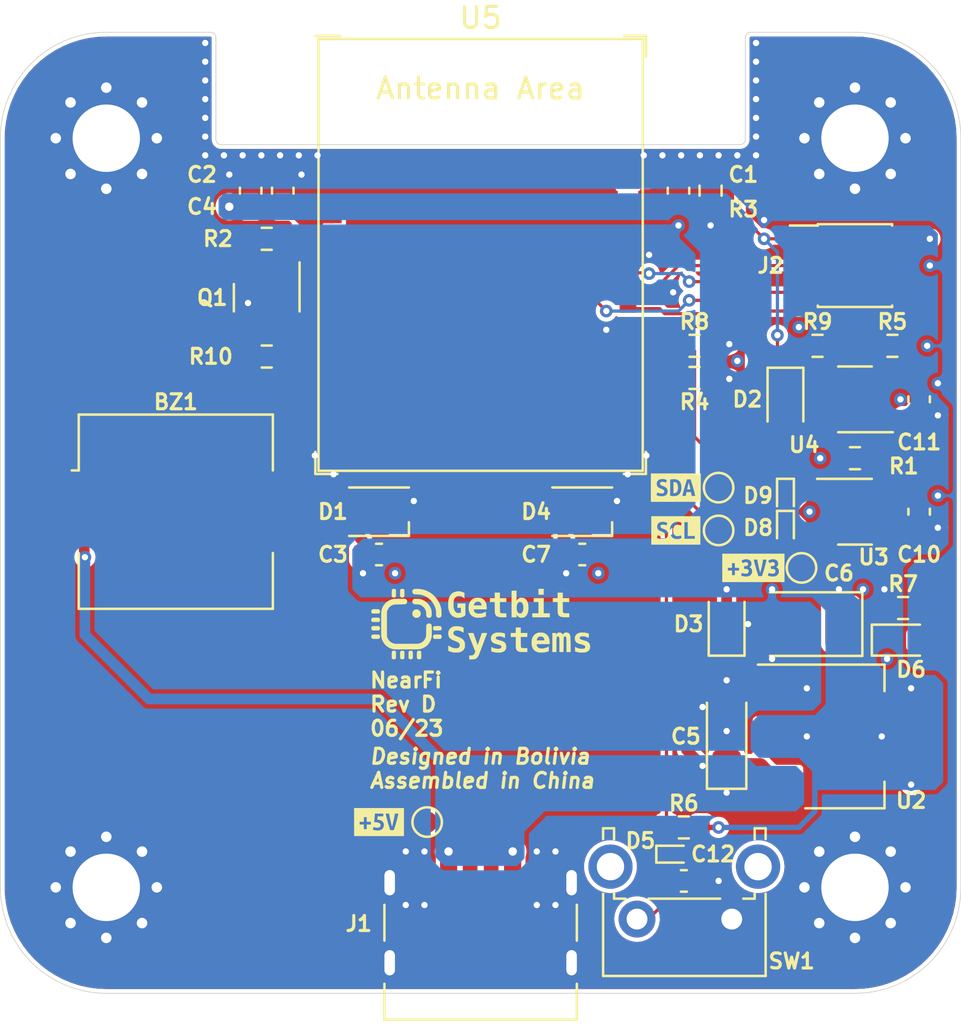
<source format=kicad_pcb>
(kicad_pcb (version 20240108) (generator "pcbnew") (generator_version "8.0")
  (title_block (title "NearFi") (date "2023-06-11") (rev "D") (comment 2 "License: MIT license") (comment 3 "email: getbitsystems@gmail.com") (comment 4 "Designer: Mauricio Barroso Benavides"))
  (layers (0 "F.Cu" signal) (1 "In1.Cu" signal) (2 "In2.Cu" signal) (31 "B.Cu" signal) (34 "B.Paste" user) (35 "F.Paste" user) (36 "B.SilkS" user "B.Silkscreen") (37 "F.SilkS" user "F.Silkscreen") (38 "B.Mask" user) (39 "F.Mask" user) (44 "Edge.Cuts" user))
  (net 0 "")
  (net 1 "GND")
  (net 2 "+5V")
  (net 3 "Net-(BZ1-+)")
  (net 4 "+3.3V")
  (net 5 "Net-(D1-DOUT)")
  (net 6 "/HRST_I")
  (net 7 "/SRST_S")
  (net 8 "/WS2812B_S")
  (net 9 "/UART_TX_O")
  (net 10 "/UART_RX_I")
  (net 11 "/BOOT_I")
  (net 12 "/BUZZER_S")
  (net 13 "/I2C_SDA_S")
  (net 14 "/I2C_SCL_S")
  (net 15 "Net-(D2-A)")
  (net 16 "/DONE_S")
  (net 17 "/WAKE_S")
  (net 19 "Net-(D6-A)")
  (net 22 "Net-(Q1-B)")
  (net 23 "Net-(U3-WP)")
  (net 24 "Net-(U4-DELAY{slash}M_RST)")
  (footprint "Package_TO_SOT_SMD:SOT-223-3_TabPin2" (layer "F.Cu") (at 166.624 73.66)
    (property "Reference" "U2")
    (property "Value" "TLV1117-33" (hide yes))
  )
  (footprint "Capacitor_SMD:C_0603_1608Metric" (layer "F.Cu") (at 158.75 47.752 90)
    (property "Reference" "C1")
    (property "Value" "1u" (hide yes))
  )
  (footprint "Capacitor_SMD:C_0603_1608Metric" (layer "F.Cu") (at 144.526 65.024 180)
    (property "Reference" "C3")
    (property "Value" "100n" (hide yes))
  )
  (footprint "Capacitor_SMD:C_0603_1608Metric" (layer "F.Cu") (at 138.43 47.752 90)
    (property "Reference" "C2")
    (property "Value" "22u" (hide yes))
  )
  (footprint "Capacitor_SMD:C_0603_1608Metric" (layer "F.Cu") (at 139.954 47.752 90)
    (property "Reference" "C4")
    (property "Value" "100n" (hide yes))
  )
  (footprint "MountingHole:MountingHole_3.2mm_M3_Pad_Via" (layer "F.Cu") (at 167.132 45.2628)
    (property "Reference" "H3" (hide yes))
    (property "Value" "Hole" (hide yes))
  )
  (footprint "MountingHole:MountingHole_3.2mm_M3_Pad_Via" (layer "F.Cu") (at 131.572 45.2628)
    (property "Reference" "H4" (hide yes))
    (property "Value" "Hole" (hide yes))
  )
  (footprint "MountingHole:MountingHole_3.2mm_M3_Pad_Via" (layer "F.Cu") (at 167.132 80.8228)
    (property "Reference" "H2" (hide yes))
    (property "Value" "Hole" (hide yes))
  )
  (footprint "MountingHole:MountingHole_3.2mm_M3_Pad_Via" (layer "F.Cu") (at 131.572 80.8228)
    (property "Reference" "H1" (hide yes))
    (property "Value" "Hole" (hide yes))
  )
  (footprint "Package_TO_SOT_SMD:SOT-23" (layer "F.Cu") (at 139.192 52.832 -90)
    (property "Reference" "Q1")
    (property "Value" "MMBT3904" (hide yes))
  )
  (footprint "Buzzer_Beeper:Buzzer_Murata_PKMCS0909E" (layer "F.Cu") (at 134.874 62.992)
    (property "Reference" "BZ1")
    (property "Value" "PKMCS0909E" (hide yes))
  )
  (footprint "Resistor_SMD:R_0603_1608Metric" (layer "F.Cu") (at 167.132 60.452 180)
    (property "Reference" "R1")
    (property "Value" "10K" (hide yes))
  )
  (footprint "Capacitor_Tantalum_SMD:CP_EIA-3216-18_Kemet-A_Pad1.58x1.35mm_HandSolder" (layer "F.Cu") (at 161.036 73.66 90)
    (property "Reference" "C5")
    (property "Value" "10u" (hide yes))
  )
  (footprint "Button_Switch_THT:SW_Tactile_SPST_Angled_PTS645Vx39-2LFS" (layer "F.Cu") (at 161.279 82.3295 180)
    (property "Reference" "SW1")
    (property "Value" "SRST_BTN" (hide yes))
  )
  (footprint "Resistor_SMD:R_0603_1608Metric" (layer "F.Cu") (at 139.192 50.038)
    (property "Reference" "R2")
    (property "Value" "1K" (hide yes))
  )
  (footprint "LED_SMD:LED_WS2812B-2020_PLCC4_2.0x2.0mm" (layer "F.Cu") (at 144.526 62.992 180)
    (property "Reference" "D1")
    (property "Value" "WS2812B-2020")
  )
  (footprint "Package_TO_SOT_SMD:SOT-23-5" (layer "F.Cu") (at 167.132 62.992)
    (property "Reference" "U3")
    (property "Value" "AT24CS02-STUM" (hide yes))
  )
  (footprint "Capacitor_Tantalum_SMD:CP_EIA-3528-21_Kemet-B_Pad1.50x2.35mm_HandSolder" (layer "F.Cu") (at 164.846 68.326 180)
    (property "Reference" "C6")
    (property "Value" "100u" (hide yes))
  )
  (footprint "Diode_SMD:D_SOD-323" (layer "F.Cu") (at 163.83 57.658 -90)
    (property "Reference" "D2")
    (property "Value" "1N4148WS" (hide yes))
  )
  (footprint "Resistor_SMD:R_0603_1608Metric" (layer "F.Cu") (at 160.274 47.752 90)
    (property "Reference" "R3")
    (property "Value" "10K" (hide yes))
  )
  (footprint "Diode_SMD:D_SOD-323" (layer "F.Cu") (at 161.036 68.326 90)
    (property "Reference" "D3")
    (property "Value" "1N4148WS" (hide yes))
  )
  (footprint "Diode_SMD:D_SOD-923" (layer "F.Cu") (at 163.83 63.754 -90)
    (property "Reference" "D8")
    (property "Value" "ESD9B5.0ST5G" (hide yes))
  )
  (footprint "PCM_Espressif:ESP32-S3-MINI-1" (layer "F.Cu") (at 149.352 53.35)
    (property "Reference" "U5")
    (property "Value" "ESP32-S3-MINI-1")
  )
  (footprint "TestPoint:TestPoint_Pad_D1.0mm" (layer "F.Cu") (at 164.592 65.659)
    (property "Reference" "TP4" (hide yes))
    (property "Value" "+3V3" (hide yes))
  )
  (footprint "Resistor_SMD:R_0603_1608Metric" (layer "F.Cu") (at 159.004 77.978 180)
    (property "Reference" "R6")
    (property "Value" "10K" (hide yes))
  )
  (footprint "kibuzzard-64889FDD" (layer "F.Cu") (at 144.526 77.724)
    (property "Reference" "kibuzzard-64889FDD" (hide yes))
    (property "Value" "G***" (hide yes))
  )
  (footprint "Resistor_SMD:R_0603_1608Metric" (layer "F.Cu") (at 159.512 55.118 180)
    (property "Reference" "R8")
    (property "Value" "10K" (hide yes))
  )
  (footprint "LED_SMD:LED_0603_1608Metric" (layer "F.Cu") (at 169.418 69.088)
    (property "Reference" "D6")
    (property "Value" "RED_LED" (hide yes))
  )
  (footprint "kibuzzard-6488A021" (layer "F.Cu") (at 162.306 65.659)
    (property "Reference" "kibuzzard-6488A021" (hide yes))
    (property "Value" "G***" (hide yes))
  )
  (footprint "Misc:Getbit_Logo" (layer "F.Cu") (at 149.352 68.326)
    (property "Reference" "G***" (hide yes))
    (property "Value" "LOGO" (hide yes))
  )
  (footprint "Diode_SMD:D_SOD-923" (layer "F.Cu") (at 163.83 62.23 -90)
    (property "Reference" "D9")
    (property "Value" "ESD9B5.0ST5G" (hide yes))
  )
  (footprint "Misc:TYPE-C-31-M-17" (layer "F.Cu") (at 149.352 83.312)
    (property "Reference" "J1")
    (property "Value" "PWR_CNN" (hide yes))
  )
  (footprint "Resistor_SMD:R_0603_1608Metric" (layer "F.Cu") (at 159.512 56.642 180)
    (property "Reference" "R4")
    (property "Value" "10K" (hide yes))
  )
  (footprint "kibuzzard-6488A00A" (layer "F.Cu") (at 158.623 61.849)
    (property "Reference" "kibuzzard-6488A00A" (hide yes))
    (property "Value" "G***" (hide yes))
  )
  (footprint "Capacitor_SMD:C_0603_1608Metric" (layer "F.Cu") (at 170.18 57.658 -90)
    (property "Reference" "C11")
    (property "Value" "100n" (hide yes))
  )
  (footprint "kibuzzard-6488A011" (layer "F.Cu") (at 158.623 63.881)
    (property "Reference" "kibuzzard-6488A011" (hide yes))
    (property "Value" "G***" (hide yes))
  )
  (footprint "Package_TO_SOT_SMD:SOT-23-6" (layer "F.Cu") (at 167.132 57.658 180)
    (property "Reference" "U4")
    (property "Value" "TPL5010" (hide yes))
  )
  (footprint "Capacitor_SMD:C_0603_1608Metric" (layer "F.Cu") (at 159.004 80.518)
    (property "Reference" "C12")
    (property "Value" "100n" (hide yes))
  )
  (footprint "Resistor_SMD:R_0603_1608Metric" (layer "F.Cu") (at 168.91 55.118)
    (property "Reference" "R5")
    (property "Value" "107K" (hide yes))
  )
  (footprint "LED_SMD:LED_WS2812B-2020_PLCC4_2.0x2.0mm" (layer "F.Cu") (at 154.178 62.992 180)
    (property "Reference" "D4")
    (property "Value" "WS2812B-2020")
  )
  (footprint "Resistor_SMD:R_0603_1608Metric" (layer "F.Cu") (at 169.418 67.564)
    (property "Reference" "R7")
    (property "Value" "5.1K" (hide yes))
  )
  (footprint "Resistor_SMD:R_0603_1608Metric" (layer "F.Cu") (at 139.192 55.626)
    (property "Reference" "R10")
    (property "Value" "1K" (hide yes))
  )
  (footprint "Connector_PinHeader_1.27mm:PinHeader_2x03_P1.27mm_Vertical_SMD" (layer "F.Cu") (at 167.132 51.308)
    (property "Reference" "J2")
    (property "Value" "PROG_CNN" (hide yes))
  )
  (footprint "Capacitor_SMD:C_0603_1608Metric" (layer "F.Cu") (at 170.18 62.992 -90)
    (property "Reference" "C10")
    (property "Value" "100n" (hide yes))
  )
  (footprint "Resistor_SMD:R_0603_1608Metric" (layer "F.Cu") (at 165.354 55.118 180)
    (property "Reference" "R9")
    (property "Value" "124K" (hide yes))
  )
  (footprint "Diode_SMD:D_SOD-923" (layer "F.Cu") (at 158.496 79.248)
    (property "Reference" "D5")
    (property "Value" "ESD9B5.0ST5G" (hide yes))
  )
  (footprint "TestPoint:TestPoint_Pad_D1.0mm" (layer "F.Cu") (at 146.812 77.724)
    (property "Reference" "TP3" (hide yes))
    (property "Value" "+5V" (hide yes))
  )
  (footprint "TestPoint:TestPoint_Pad_D1.0mm" (layer "F.Cu") (at 160.655 61.849)
    (property "Reference" "TP2" (hide yes))
    (property "Value" "SCL" (hide yes))
  )
  (footprint "TestPoint:TestPoint_Pad_D1.0mm" (layer "F.Cu") (at 160.655 63.881)
    (property "Reference" "TP1" (hide yes))
    (property "Value" "SDA" (hide yes))
  )
  (footprint "Capacitor_SMD:C_0603_1608Metric" (layer "F.Cu") (at 154.178 65.024 180)
    (property "Reference" "C7")
    (property "Value" "100n" (hide yes))
  )
  (gr_line (start 162.179 40.2336) (end 167.132 40.2336) (stroke (width 0.038099)) (layer "Edge.Cuts"))
  (gr_line (start 137.033 45.5676) (end 161.671 45.5676) (stroke (width 0.038099)) (layer "Edge.Cuts"))
  (gr_line (start 136.525 40.2336) (end 131.572 40.2336) (stroke (width 0.038099)) (layer "Edge.Cuts"))
  (gr_arc (start 172.1612 80.8228) (mid 170.688181 84.378981) (end 167.132 85.852) (stroke (width 0.038099)) (layer "Edge.Cuts"))
  (gr_line (start 167.132 85.852) (end 131.572 85.852) (stroke (width 0.038099)) (layer "Edge.Cuts"))
  (gr_line (start 172.1612 45.2628) (end 172.1612 80.8228) (stroke (width 0.038099)) (layer "Edge.Cuts"))
  (gr_arc (start 136.525 40.2336) (mid 136.704605 40.307995) (end 136.779 40.4876) (stroke (width 0.038099)) (layer "Edge.Cuts"))
  (gr_arc (start 161.925 40.4876) (mid 161.999395 40.307995) (end 162.179 40.2336) (stroke (width 0.038099)) (layer "Edge.Cuts"))
  (gr_arc (start 126.5428 45.2628) (mid 128.015819 41.706619) (end 131.572 40.2336) (stroke (width 0.038099)) (layer "Edge.Cuts"))
  (gr_arc (start 167.132 40.2336) (mid 170.688181 41.706619) (end 172.1612 45.2628) (stroke (width 0.038099)) (layer "Edge.Cuts"))
  (gr_arc (start 137.033 45.5676) (mid 136.853395 45.493205) (end 136.779 45.3136) (stroke (width 0.038099)) (layer "Edge.Cuts"))
  (gr_line (start 126.5428 80.8228) (end 126.5428 45.2628) (stroke (width 0.038099)) (layer "Edge.Cuts"))
  (gr_line (start 136.779 40.4876) (end 136.779 45.3136) (stroke (width 0.038099)) (layer "Edge.Cuts"))
  (gr_line (start 161.925 45.3136) (end 161.925 40.4876) (stroke (width 0.038099)) (layer "Edge.Cuts"))
  (gr_arc (start 161.925 45.3136) (mid 161.850605 45.493205) (end 161.671 45.5676) (stroke (width 0.038099)) (layer "Edge.Cuts"))
  (gr_arc (start 131.572 85.852) (mid 128.015819 84.378981) (end 126.5428 80.8228) (stroke (width 0.038099)) (layer "Edge.Cuts"))
  (gr_text "Designed in Bolivia\nAssembled in China" (at 144.018 75.184 0) (layer "F.SilkS") (effects (font (size 0.7112 0.7112) (thickness 0.1524) (italic yes)) (justify left)))
  (gr_text "NearFi\nRev D\n06/23" (at 144.018 72.136 0) (layer "F.SilkS") (effects (font (size 0.7112 0.7112) (thickness 0.1524)) (justify left)))
  (segment (start 138.43 46.977) (end 137.427 46.977) (width 0.508) (layer "F.Cu") (net 1))
  (segment (start 139.954 46.977) (end 140.83 46.977) (width 0.508) (layer "F.Cu") (net 1))
  (segment (start 140.83 46.977) (end 140.843 46.99) (width 0.508) (layer "F.Cu") (net 1))
  (segment (start 137.427 46.977) (end 137.414 46.99) (width 0.508) (layer "F.Cu") (net 1))
  (segment (start 170.18 62.217) (end 171.056 62.217) (width 0.508) (layer "F.Cu") (net 1))
  (segment (start 171.056 62.217) (end 171.069 62.23) (width 0.508) (layer "F.Cu") (net 1))
  (via (at 136.271 40.7416) (size 0.6) (drill 0.3) (layers "F.Cu" "B.Cu") (net 1))
  (via (at 162.814 49.149) (size 0.6) (drill 0.3) (layers "F.Cu" "B.Cu") (net 1))
  (via (at 154.94 65.913) (size 0.6) (drill 0.3) (layers "F.Cu" "B.Cu") (net 1))
  (via (at 152.908 79.121) (size 0.6) (drill 0.3) (layers "F.Cu" "B.Cu") (net 1))
  (via (at 141.605 46.0756) (size 0.6) (drill 0.3) (layers "F.Cu" "B.Cu") (net 1))
  (via (at 159.893 72.263) (size 0.6) (drill 0.3) (layers "F.Cu" "B.Cu") (net 1))
  (via (at 160.655 80.518) (size 0.6) (drill 0.3) (layers "F.Cu" "B.Cu") (net 1))
  (via (at 167.513 66.675) (size 0.6) (drill 0.3) (layers "F.Cu" "B.Cu") (net 1))
  (via (at 161.544 46.0756) (size 0.6) (drill 0.3) (layers "F.Cu" "B.Cu") (net 1))
  (via (at 146.685 79.121) (size 0.6) (drill 0.3) (layers "F.Cu" "B.Cu") (net 1))
  (via (at 159.766 46.0756) (size 0.6) (drill 0.3) (layers "F.Cu" "B.Cu") (net 1))
  (via (at 136.271 45.1866) (size 0.6) (drill 0.3) (layers "F.Cu" "B.Cu") (net 1))
  (via (at 155.321 54.356) (size 0.6) (drill 0.3) (layers "F.Cu" "B.Cu") (net 1))
  (via (at 164.846 71.374) (size 0.6) (drill 0.3) (layers "F.Cu" "B.Cu") (net 1))
  (via (at 165.481 60.452) (size 0.6) (drill 0.3) (layers "F.Cu" "B.Cu") (net 1))
  (via (at 136.271 41.6306) (size 0.6) (drill 0.3) (layers "F.Cu" "B.Cu") (net 1))
  (via (at 162.433 44.2976) (size 0.6) (drill 0.3) (layers "F.Cu" "B.Cu") (net 1))
  (via (at 158.496 52.578) (size 0.6) (drill 0.3) (layers "F.Cu" "B.Cu") (net 1))
  (via (at 171.069 62.23) (size 0.6) (drill 0.3) (layers "F.Cu" "B.Cu") (net 1))
  (via (at 162.433 40.7416) (size 0.6) (drill 0.3) (layers "F.Cu" "B.Cu") (net 1))
  (via (at 170.688 51.308) (size 0.6) (drill 0.3) (layers "F.Cu" "B.Cu") (net 1))
  (via (at 136.271 42.5196) (size 0.6) (drill 0.3) (layers "F.Cu" "B.Cu") (net 1))
  (via (at 142.367 61.214) (size 0.6) (drill 0.3) (layers "F.Cu" "B.Cu") (net 1))
  (via (at 161.544 55.834) (size 0.6) (drill 0.3) (layers "F.Cu" "B.Cu") (net 1))
  (via (at 162.433 41.6306) (size 0.6) (drill 0.3) (layers "F.Cu" "B.Cu") (net 1))
  (via (at 138.938 46.0756) (size 0.6) (drill 0.3) (layers "F.Cu" "B.Cu") (net 1))
  (via (at 164.973 62.992) (size 0.6) (drill 0.3) (layers "F.Cu" "B.Cu") (net 1))
  (via (at 146.177 62.484) (size 0.6) (drill 0.3) (layers "F.Cu" "B.Cu") (net 1))
  (via (at 162.433 46.0756) (size 0.6) (drill 0.3) (layers "F.Cu" "B.Cu") (net 1))
  (via (at 158.877 46.0756) (size 0.6) (drill 0.3) (layers "F.Cu" "B.Cu") (net 1))
  (via (at 162.433 42.5196) (size 0.6) (drill 0.3) (layers "F.Cu" "B.Cu") (net 1))
  (via (at 138.303 53.086) (size 0.6) (drill 0.3) (layers "F.Cu" "B.Cu") (net 1))
  (via (at 138.049 46.0756) (size 0.6) (drill 0.3) (layers "F.Cu" "B.Cu") (net 1))
  (via (at 162.433 45.1866) (size 0.6) (drill 0.3) (layers "F.Cu" "B.Cu") (net 1))
  (via (at 146.685 81.661) (size 0.6) (drill 0.3) (layers "F.Cu" "B.Cu") (net 1))
  (via (at 157.988 46.0756) (size 0.6) (drill 0.3) (layers "F.Cu" "B.Cu") (net 1))
  (via (at 136.271 46.0756) (size 0.6) (drill 0.3) (layers "F.Cu" "B.Cu") (net 1))
  (via (at 164.465 54.229) (size 0.6) (drill 0.3) (layers "F.Cu" "B.Cu") (net 1))
  (via (at 152.908 81.661) (size 0.6) (drill 0.3) (layers "F.Cu" "B.Cu") (net 1))
  (via (at 145.796 81.661) (size 0.6) (drill 0.3) (layers "F.Cu" "B.Cu") (net 1))
  (via (at 171.069 56.896) (size 0.6) (drill 0.3) (layers "F.Cu" "B.Cu") (net 1))
  (via (at 162.433 43.4086) (size 0.6) (drill 0.3) (layers "F.Cu" "B.Cu") (net 1))
  (via (at 157.099 46.0756) (size 0.6) (drill 0.3) (layers "F.Cu" "B.Cu") (net 1))
  (via (at 163.195 66.675) (size 0.6) (drill 0.3) (layers "F.Cu" "B.Cu") (net 1))
  (via (at 163.195 69.977) (size 0.6) (drill 0.3) (layers "F.Cu" "B.Cu") (net 1))
  (via (at 161.036 73.406) (size 0.6) (drill 0.3) (layers "F.Cu" "B.Cu") (net 1))
  (via (at 170.561 55.118) (size 0.6) (drill 0.3) (layers "F.Cu" "B.Cu") (net 1))
  (via (at 140.843 46.99) (size 0.6) (drill 0.3) (layers "F.Cu" "B.Cu") (net 1))
  (via (at 145.796 79.121) (size 0.6) (drill 0.3) (layers "F.Cu" "B.Cu") (net 1))
  (via (at 157.353 50.8) (size 0.6) (drill 0.3) (layers "F.Cu" "B.Cu") (net 1))
  (via (at 152.019 79.121) (size 0.6) (drill 0.3) (layers "F.Cu" "B.Cu") (net 1))
  (via (at 137.414 46.99) (size 0.6) (drill 0.3) (layers "F.Cu" "B.Cu") (net 1))
  (via (at 157.226 60.325) (size 0.6) (drill 0.3) (layers "F.Cu" "B.Cu") (net 1))
  (via (at 155.829 62.484) (size 0.6) (drill 0.3) (layers "F.Cu" "B.Cu") (net 1))
  (via (at 160.655 46.0756) (size 0.6) (drill 0.3) (layers "F.Cu" "B.Cu") (net 1))
  (via (at 152.019 81.661) (size 0.6) (drill 0.3) (layers "F.Cu" "B.Cu") (net 1))
  (via (at 139.827 46.0756) (size 0.6) (drill 0.3) (layers "F.Cu" "B.Cu") (net 1))
  (via (at 137.16 46.0756) (size 0.6) (drill 0.3) (layers "F.Cu" "B.Cu") (net 1))
  (via (at 145.288 65.913) (size 0.6) (drill 0.3) (layers "F.Cu" "B.Cu") (net 1))
  (via (at 158.75 49.403) (size 0.6) (drill 0.3) (layers "F.Cu" "B.Cu") (net 1))
  (via (at 162.052 68.326) (size 0.6) (drill 0.3) (layers "F.Cu" "B.Cu") (net 1))
  (via (at 156.337 61.214) (size 0.6) (drill 0.3) (layers "F.Cu" "B.Cu") (net 1))
  (via (at 168.656 69.977) (size 0.6) (drill 0.3) (layers "F.Cu" "B.Cu") (net 1))
  (via (at 141.478 60.325) (size 0.6) (drill 0.3) (layers "F.Cu" "B.Cu") (net 1))
  (via (at 136.271 44.2976) (size 0.6) (drill 0.3) (layers "F.Cu" "B.Cu") (net 1))
  (via (at 161.036 70.993) (size 0.6) (drill 0.3) (layers "F.Cu" "B.Cu") (net 1))
  (via (at 169.291 57.658) (size 0.6) (drill 0.3) (layers "F.Cu" "B.Cu") (net 1))
  (via (at 140.716 46.0756) (size 0.6) (drill 0.3) (layers "F.Cu" "B.Cu") (net 1))
  (via (at 136.271 43.4086) (size 0.6) (drill 0.3) (layers "F.Cu" "B.Cu") (net 1))
  (segment (start 161.036 75.0975) (end 162.6115 75.0975) (width 0.8128) (layer "F.Cu") (net 2))
  (segment (start 162.6115 75.0975) (end 163.474 75.96) (width 0.8128) (layer "F.Cu") (net 2))
  (segment (start 130.524 65.119) (end 130.556 65.151) (width 0.508) (layer "F.Cu") (net 2))
  (segment (start 159.893 75.057) (end 159.131 74.295) (width 0.508) (layer "F.Cu") (net 2))
  (segment (start 130.524 62.992) (end 130.524 65.119) (width 0.508) (layer "F.Cu") (net 2))
  (segment (start 161.036 75.0975) (end 161.036 76.327) (width 0.6096) (layer "F.Cu") (net 2))
  (segment (start 150.872 79.125) (end 150.876 79.121) (width 0.8128) (layer "F.Cu") (net 2))
  (segment (start 159.131 70.485) (end 160.24 69.376) (width 0.508) (layer "F.Cu") (net 2))
  (segment (start 159.131 74.295) (end 159.131 70.485) (width 0.508) (layer "F.Cu") (net 2))
  (segment (start 161.036 75.0975) (end 159.9335 75.0975) (width 0.6096) (layer "F.Cu") (net 2))
  (segment (start 138.367 55.626) (end 138.367 57.467) (width 0.508) (layer "F.Cu") (net 2))
  (segment (start 147.447 77.724) (end 147.828 78.105) (width 0.1524) (layer "F.Cu") (net 2))
  (segment (start 146.812 77.724) (end 147.447 77.724) (width 0.1524) (layer "F.Cu") (net 2))
  (segment (start 147.828 78.105) (end 147.828 79.121) (width 0.1524) (layer "F.Cu") (net 2))
  (segment (start 137.16 58.674) (end 132.08 58.674) (width 0.508) (layer "F.Cu") (net 2))
  (segment (start 147.832 80.412) (end 147.832 79.125) (width 0.8128) (layer "F.Cu") (net 2))
  (segment (start 130.524 60.23) (end 130.524 62.992) (width 0.508) (layer "F.Cu") (net 2))
  (segment (start 132.08 58.674) (end 130.524 60.23) (width 0.508) (layer "F.Cu") (net 2))
  (segment (start 150.872 80.422) (end 150.872 79.125) (width 0.8128) (layer "F.Cu") (net 2))
  (segment (start 159.9335 75.0975) (end 159.893 75.057) (width 0.6096) (layer "F.Cu") (net 2))
  (segment (start 147.832 79.125) (end 147.828 79.121) (width 0.8128) (layer "F.Cu") (net 2))
  (segment (start 138.367 57.467) (end 137.16 58.674) (width 0.508) (layer "F.Cu") (net 2))
  (segment (start 160.24 69.376) (end 161.036 69.376) (width 0.508) (layer "F.Cu") (net 2))
  (via (at 159.893 75.057) (size 0.6) (drill 0.3) (layers "F.Cu" "B.Cu") (net 2))
  (via (at 130.556 65.151) (size 0.6) (drill 0.3) (layers "F.Cu" "B.Cu") (net 2))
  (via (at 147.828 79.121) (size 0.9) (drill 0.4) (layers "F.Cu" "B.Cu") (net 2))
  (via (at 150.876 79.121) (size 0.9) (drill 0.4) (layers "F.Cu" "B.Cu") (net 2))
  (via (at 161.036 76.327) (size 0.6) (drill 0.3) (layers "F.Cu" "B.Cu") (net 2))
  (segment (start 144.526 71.882) (end 147.828 75.184) (width 0.508) (layer "B.Cu") (net 2))
  (segment (start 130.556 65.151) (end 130.556 68.834) (width 0.508) (layer "B.Cu") (net 2))
  (segment (start 130.556 68.834) (end 133.604 71.882) (width 0.508) (layer "B.Cu") (net 2))
  (segment (start 133.604 71.882) (end 144.526 71.882) (width 0.508) (layer "B.Cu") (net 2))
  (segment (start 139.192 54.801) (end 140.017 55.626) (width 0.508) (layer "F.Cu") (net 3))
  (segment (start 140.017 58.865) (end 140.017 55.626) (width 0.508) (layer "F.Cu") (net 3))
  (segment (start 139.224 62.992) (end 139.224 59.658) (width 0.508) (layer "F.Cu") (net 3))
  (segment (start 139.192 53.7695) (end 139.192 54.801) (width 0.508) (layer "F.Cu") (net 3))
  (segment (start 139.224 59.658) (end 140.017 58.865) (width 0.508) (layer "F.Cu") (net 3))
  (segment (start 169.774 71.399) (end 169.799 71.374) (width 0.508) (layer "F.Cu") (net 4))
  (segment (start 143.611 64.236) (end 143.611 63.542) (width 0.508) (layer "F.Cu") (net 4))
  (segment (start 161.036 67.276) (end 161.036 66.675) (width 0.508) (layer "F.Cu") (net 4))
  (segment (start 165.862 65.659) (end 166.37 66.167) (width 0.1524) (layer "F.Cu") (net 4))
  (segment (start 143.751 65.024) (end 143.751 65.9) (width 0.508) (layer "F.Cu") (net 4))
  (segment (start 142.352 49.1) (end 141.527 49.1) (width 0.4064) (layer "F.Cu") (net 4))
  (segment (start 143.751 64.376) (end 143.611 64.236) (width 0.508) (layer "F.Cu") (net 4))
  (segment (start 140.475 48.527) (end 141.0462 49.0982) (width 0.8128) (layer "F.Cu") (net 4))
  (segment (start 138.43 48.527) (end 139.954 48.527) (width 0.8128) (layer "F.Cu") (net 4))
  (segment (start 169.774 73.66) (end 168.402 73.66) (width 0.508) (layer "F.Cu") (net 4))
  (segment (start 163.474 73.66) (end 164.846 73.66) (width 0.508) (layer "F.Cu") (net 4))
  (segment (start 161.082 55.118) (end 161.163 55.037) (width 0.508) (layer "F.Cu") (net 4))
  (segment (start 169.774 73.66) (end 169.774 75.921) (width 0.508) (layer "F.Cu") (net 4))
  (segment (start 166.471 66.776) (end 166.37 66.675) (width 0.508) (layer "F.Cu") (net 4))
  (segment (start 170.18 63.767) (end 169.405 63.767) (width 0.508) (layer "F.Cu") (net 4))
  (segment (start 166.37 66.167) (end 166.37 66.675) (width 0.1524) (layer "F.Cu") (net 4))
  (segment (start 169.405 63.767) (end 169.23 63.942) (width 0.508) (layer "F.Cu") (net 4))
  (segment (start 169.774 75.921) (end 169.799 75.946) (width 0.508) (layer "F.Cu") (net 4))
  (segment (start 170.18 58.433) (end 169.405 58.433) (width 0.508) (layer "F.Cu") (net 4))
  (segment (start 141.5252 49.0982) (end 141.527 49.1) (width 0.8128) (layer "F.Cu") (net 4))
  (segment (start 153.403 64.376) (end 153.263 64.236) (width 0.508) (layer "F.Cu") (net 4))
  (segment (start 143.751 65.9) (end 143.764 65.913) (width 0.508) (layer "F.Cu") (net 4))
  (segment (start 169.774 73.66) (end 169.774 71.399) (width 0.508) (layer "F.Cu") (net 4))
  (segment (start 159.829 77.978) (end 160.655 77.978) (width 0.254) (layer "F.Cu") (net 4))
  (segment (start 169.23 63.942) (end 168.2695 63.942) (width 0.508) (layer "F.Cu") (net 4))
  (segment (start 166.471 68.326) (end 166.471 66.776) (width 0.508) (layer "F.Cu") (net 4))
  (segment (start 153.403 65.024) (end 153.403 64.376) (width 0.508) (layer "F.Cu") (net 4))
  (segment (start 170.18 58.433) (end 171.056 58.433) (width 0.508) (layer "F.Cu") (net 4))
  (segment (start 160.337 56.642) (end 161.117 56.642) (width 0.508) (layer "F.Cu") (net 4))
  (segment (start 169.23 58.608) (end 168.2695 58.608) (width 0.508) (layer "F.Cu") (net 4))
  (segment (start 168.593 66.739) (end 168.529 66.675) (width 0.508) (layer "F.Cu") (net 4))
  (segment (start 160.337 55.118) (end 161.082 55.118) (width 0.508) (layer "F.Cu") (net 4))
  (segment (start 153.403 65.9) (end 153.416 65.913) (width 0.508) (layer "F.Cu") (net 4))
  (segment (start 138.43 48.527) (end 137.427 48.527) (width 0.8128) (layer "F.Cu") (net 4))
  (segment (start 161.117 56.642) (end 161.163 56.688) (width 0.508) (layer "F.Cu") (net 4))
  (segment (start 164.592 65.659) (end 165.862 65.659) (width 0.1524) (layer "F.Cu") (net 4))
  (segment (start 153.403 65.024) (end 153.403 65.9) (width 0.508) (layer "F.Cu") (net 4))
  (segment (start 137.427 48.527) (end 137.414 48.514) (width 0.8128) (layer "F.Cu") (net 4))
  (segment (start 139.954 48.527) (end 140.475 48.527) (width 0.8128) (layer "F.Cu") (net 4))
  (segment (start 168.593 67.564) (end 168.593 66.739) (width 0.508) (layer "F.Cu") (net 4))
  (segment (start 170.18 63.767) (end 171.056 63.767) (width 0.508) (layer "F.Cu") (net 4))
  (segment (start 153.263 64.236) (end 153.263 63.542) (width 0.508) (layer "F.Cu") (net 4))
  (segment (start 169.405 58.433) (end 169.23 58.608) (width 0.508) (layer "F.Cu") (net 4))
  (segment (start 160.274 48.577) (end 160.274 49.403) (width 0.508) (layer "F.Cu") (net 4))
  (segment (start 171.056 58.433) (end 171.069 58.42) (width 0.508) (layer "F.Cu") (net 4))
  (segment (start 171.056 63.767) (end 171.069 63.754) (width 0.508) (layer "F.Cu") (net 4))
  (segment (start 141.0462 49.0982) (end 141.5252 49.0982) (width 0.8128) (layer "F.Cu") (net 4))
  (segment (start 143.751 65.024) (end 143.751 64.376) (width 0.508) (layer "F.Cu") (net 4))
  (segment (start 169.082 50.038) (end 170.688 50.038) (width 0.508) (layer "F.Cu") (net 4))
  (via (at 160.655 77.978) (size 0.6) (drill 0.3) (layers "F.Cu" "B.Cu") (net 4))
  (via (at 161.163 56.688) (size 0.6) (drill 0.3) (layers "F.Cu" "B.Cu") (net 4))
  (via (at 166.37 66.675) (size 0.6) (drill 0.3) (layers "F.Cu" "B.Cu") (net 4))
  (via (at 168.529 66.675) (size 0.6) (drill 0.3) (layers "F.Cu" "B.Cu") (net 4))
  (via (at 143.764 65.913) (size 0.6) (drill 0.3) (layers "F.Cu" "B.Cu") (net 4))
  (via (at 169.799 75.946) (size 0.6) (drill 0.3) (layers "F.Cu" "B.Cu") (net 4))
  (via (at 171.069 58.42) (size 0.6) (drill 0.3) (layers "F.Cu" "B.Cu") (net 4))
  (via (at 168.402 73.66) (size 0.6) (drill 0.3) (layers "F.Cu" "B.Cu") (net 4))
  (via (at 164.846 73.66) (size 0.6) (drill 0.3) (layers "F.Cu" "B.Cu") (net 4))
  (via (at 160.274 49.403) (size 0.6) (drill 0.3) (layers "F.Cu" "B.Cu") (net 4))
  (via (at 161.036 66.675) (size 0.6) (drill 0.3) (layers "F.Cu" "B.Cu") (net 4))
  (via (at 137.414 48.514) (size 0.9) (drill 0.4) (layers "F.Cu" "B.Cu") (net 4))
  (via (at 171.069 63.754) (size 0.6) (drill 0.3) (layers "F.Cu" "B.Cu") (net 4))
  (via (at 153.416 65.913) (size 0.6) (drill 0.3) (layers "F.Cu" "B.Cu") (net 4))
  (via (at 169.799 71.374) (size 0.6) (drill 0.3) (layers "F.Cu" "B.Cu") (net 4))
  (via (at 161.163 55.037) (size 0.6) (drill 0.3) (layers "F.Cu" "B.Cu") (net 4))
  (via (at 170.688 50.038) (size 0.6) (drill 0.3) (layers "F.Cu" "B.Cu") (net 4))
  (segment (start 165.227 77.216) (end 165.227 75.565) (width 0.254) (layer "B.Cu") (net 4))
  (segment (start 160.655 77.978) (end 164.465 77.978) (width 0.254) (layer "B.Cu") (net 4))
  (segment (start 164.465 77.978) (end 165.227 77.216) (width 0.254) (layer "B.Cu") (net 4))
  (segment (start 145.441 63.542) (end 148.294 63.542) (width 0.1524) (layer "F.Cu") (net 5))
  (segment (start 148.294 63.542) (end 149.394 62.442) (width 0.1524) (layer "F.Cu") (net 5))
  (segment (start 149.394 62.442) (end 153.263 62.442) (width 0.1524) (layer "F.Cu") (net 5))
  (segment (start 162.814 50.038) (end 161.671 48.895) (width 0.1524) (layer "F.Cu") (net 6))
  (segment (start 157.747 46.977) (end 158.75 46.977) (width 0.1524) (layer "F.Cu") (net 6))
  (segment (start 161.671 48.895) (end 161.671 47.498) (width 0.1524) (layer "F.Cu") (net 6))
  (segment (start 165.182 50.038) (end 162.814 50.038) (width 0.1524) (layer "F.Cu") (net 6))
  (segment (start 160.274 46.927) (end 158.8 46.927) (width 0.1524) (layer "F.Cu") (net 6))
  (segment (start 163.449 55.626) (end 163.83 56.007) (width 0.1524) (layer "F.Cu") (net 6))
  (segment (start 156.352 47.4) (end 157.324 47.4) (width 0.1524) (layer "F.Cu") (net 6))
  (segment (start 158.8 46.927) (end 158.75 46.977) (width 0.1524) (layer "F.Cu") (net 6))
  (segment (start 157.324 47.4) (end 157.747 46.977) (width 0.1524) (layer "F.Cu") (net 6))
  (segment (start 163.83 56.007) (end 163.83 56.608) (width 0.1524) (layer "F.Cu") (net 6))
  (segment (start 163.449 54.61) (end 163.449 55.626) (width 0.1524) (layer "F.Cu") (net 6))
  (segment (start 161.671 47.498) (end 161.1 46.927) (width 0.1524) (layer "F.Cu") (net 6))
  (segment (start 161.1 46.927) (end 160.274 46.927) (width 0.1524) (layer "F.Cu") (net 6))
  (via (at 162.814 50.038) (size 0.6) (drill 0.3) (layers "F.Cu" "B.Cu") (net 6))
  (via (at 163.449 54.61) (size 0.6) (drill 0.3) (layers "F.Cu" "B.Cu") (net 6))
  (segment (start 163.449 54.61) (end 163.449 50.673) (width 0.1524) (layer "B.Cu") (net 6))
  (segment (start 163.449 50.673) (end 162.814 50.038) (width 0.1524) (layer "B.Cu") (net 6))
  (segment (start 158.229 80.518) (end 158.229 81.42) (width 0.1524) (layer "F.Cu") (net 7))
  (segment (start 158.179 78.676) (end 158.076 78.779) (width 0.1524) (layer "F.Cu") (net 7))
  (segment (start 158.229 79.87) (end 158.076 79.717) (width 0.1524) (layer "F.Cu") (net 7))
  (segment (start 158.179 77.978) (end 158.179 60.262) (width 0.1524) (layer "F.Cu") (net 7))
  (segment (start 157.734 59.817) (end 157.734 57.277) (width 0.1524) (layer "F.Cu") (net 7))
  (segment (start 158.179 60.262) (end 157.734 59.817) (width 0.1524) (layer "F.Cu") (net 7))
  (segment (start 158.076 78.779) (end 158.076 79.248) (width 0.1524) (layer "F.Cu") (net 7))
  (segment (start 158.229 80.518) (end 158.229 79.87) (width 0.1524) (layer "F.Cu") (net 7))
  (segment (start 158.229 81.42) (end 157.3195 82.3295) (width 0.1524) (layer "F.Cu") (net 7))
  (segment (start 157.207 56.75) (end 156.352 56.75) (width 0.1524) (layer "F.Cu") (net 7))
  (segment (start 158.076 79.717) (end 158.076 79.248) (width 0.1524) (layer "F.Cu") (net 7))
  (segment (start 158.179 77.978) (end 158.179 78.676) (width 0.1524) (layer "F.Cu") (net 7))
  (segment (start 157.734 57.277) (end 157.207 56.75) (width 0.1524) (layer "F.Cu") (net 7))
  (segment (start 157.3195 82.3295) (end 156.779 82.3295) (width 0.1524) (layer "F.Cu") (net 7))
  (segment (start 145.102 61.019) (end 145.102 60.35) (width 0.1524) (layer "F.Cu") (net 8))
  (segment (start 143.891 61.341) (end 144.78 61.341) (width 0.1524) (layer "F.Cu") (net 8))
  (segment (start 143.611 61.621) (end 143.891 61.341) (width 0.1524) (layer "F.Cu") (net 8))
  (segment (start 143.611 62.442) (end 143.611 61.621) (width 0.1524) (layer "F.Cu") (net 8))
  (segment (start 144.78 61.341) (end 145.102 61.019) (width 0.1524) (layer "F.Cu") (net 8))
  (segment (start 157.558 52.5) (end 158.75 51.308) (width 0.1524) (layer "F.Cu") (net 9))
  (segment (start 156.352 52.5) (end 157.558 52.5) (width 0.1524) (layer "F.Cu") (net 9))
  (segment (start 158.75 51.308) (end 165.182 51.308) (width 0.1524) (layer "F.Cu") (net 9))
  (segment (start 159.258 52.07) (end 161.925 52.07) (width 0.1524) (layer "F.Cu") (net 10))
  (segment (start 156.352 51.65) (end 157.314 51.65) (width 0.1524) (layer "F.Cu") (net 10))
  (segment (start 157.314 51.65) (end 157.353 51.689) (width 0.1524) (layer "F.Cu") (net 10))
  (segment (start 161.925 52.07) (end 162.433 52.578) (width 0.1524) (layer "F.Cu") (net 10))
  (segment (start 162.433 52.578) (end 165.182 52.578) (width 0.1524) (layer "F.Cu") (net 10))
  (via (at 157.353 51.689) (size 0.6) (drill 0.3) (layers "F.Cu" "B.Cu") (net 10))
  (via (at 159.258 52.07) (size 0.6) (drill 0.3) (layers "F.Cu" "B.Cu") (net 10))
  (segment (start 159.258 52.07) (end 158.877 51.689) (width 0.1524) (layer "B.Cu") (net 10))
  (segment (start 158.877 51.689) (end 157.353 51.689) (width 0.1524) (layer "B.Cu") (net 10))
  (segment (start 154.178 50.8) (end 153.328 49.95) (width 0.1524) (layer "F.Cu") (net 11))
  (segment (start 161.798 52.959) (end 162.306 53.467) (width 0.1524) (layer "F.Cu") (net 11))
  (segment (start 153.328 49.95) (end 142.352 49.95) (width 0.1524) (layer "F.Cu") (net 11))
  (segment (start 154.178 52.324) (end 154.178 50.8) (width 0.1524) (layer "F.Cu") (net 11))
  (segment (start 162.306 53.467) (end 166.624 53.467) (width 0.1524) (layer "F.Cu") (net 11))
  (segment (start 166.624 53.467) (end 167.513 52.578) (width 0.1524) (layer "F.Cu") (net 11))
  (segment (start 159.258 52.959) (end 161.798 52.959) (width 0.1524) (layer "F.Cu") (net 11))
  (segment (start 155.321 53.467) (end 154.178 52.324) (width 0.1524) (layer "F.Cu") (net 11))
  (segment (start 167.513 52.578) (end 169.082 52.578) (width 0.1524) (layer "F.Cu") (net 11))
  (via (at 155.321 53.467) (size 0.6) (drill 0.3) (layers "F.Cu" "B.Cu") (net 11))
  (via (at 159.258 52.959) (size 0.6) (drill 0.3) (layers "F.Cu" "B.Cu") (net 11))
  (segment (start 158.75 53.467) (end 159.258 52.959) (width 0.1524) (layer "B.Cu") (net 11))
  (segment (start 155.321 53.467) (end 158.75 53.467) (width 0.1524) (layer "B.Cu") (net 11))
  (segment (start 141.605 50.8) (end 140.843 50.038) (width 0.1524) (layer "F.Cu") (net 12))
  (segment (start 142.352 50.8) (end 141.605 50.8) (width 0.1524) (layer "F.Cu") (net 12))
  (segment (start 140.843 50.038) (end 140.017 50.038) (width 0.1524) (layer "F.Cu") (net 12))
  (segment (start 160.655 63.881) (end 159.385 62.611) (width 0.1524) (layer "F.Cu") (net 13))
  (segment (start 164.299 63.334) (end 163.83 63.334) (width 0.1524) (layer "F.Cu") (net 13))
  (segment (start 164.907 63.942) (end 164.299 63.334) (width 0.1524) (layer "F.Cu") (net 13))
  (segment (start 157.988 56.642) (end 158.687 56.642) (width 0.1524) (layer "F.Cu") (net 13))
  (segment (start 162.726 63.334) (end 162.179 63.881) (width 0.1524) (layer "F.Cu") (net 13))
  (segment (start 162.179 63.881) (end 160.655 63.881) (width 0.1524) (layer "F.Cu") (net 13))
  (segment (start 163.83 63.334) (end 162.726 63.334) (width 0.1524) (layer "F.Cu") (net 13))
  (segment (start 157.246 55.9) (end 157.988 56.642) (width 0.1524) (layer "F.Cu") (net 13))
  (segment (start 158.687 59.627) (end 158.687 56.642) (width 0.1524) (layer "F.Cu") (net 13))
  (segment (start 156.352 55.9) (end 157.246 55.9) (width 0.1524) (layer "F.Cu") (net 13))
  (segment (start 159.385 60.325) (end 158.687 59.627) (width 0.1524) (layer "F.Cu") (net 13))
  (segment (start 165.9945 63.942) (end 164.907 63.942) (width 0.1524) (layer "F.Cu") (net 13))
  (segment (start 159.385 62.611) (end 159.385 60.325) (width 0.1524) (layer "F.Cu") (net 13))
  (segment (start 163.83 62.65) (end 162.853 62.65) (width 0.1524) (layer "F.Cu") (net 14))
  (segment (start 162.052 61.849) (end 160.655 61.849) (width 0.1524) (layer "F.Cu") (net 14))
  (segment (start 159.258 55.118) (end 158.687 55.118) (width 0.1524) (layer "F.Cu") (net 14))
  (segment (start 160.655 60.579) (end 159.512 59.436) (width 0.1524) (layer "F.Cu") (net 14))
  (segment (start 160.655 61.849) (end 160.655 60.579) (width 0.1524) (layer "F.Cu") (net 14))
  (segment (start 162.853 62.65) (end 162.052 61.849) (width 0.1524) (layer "F.Cu") (net 14))
  (segment (start 164.299 62.65) (end 163.83 62.65) (width 0.1524) (layer "F.Cu") (net 14))
  (segment (start 159.512 55.372) (end 159.258 55.118) (width 0.1524) (layer "F.Cu") (net 14))
  (segment (start 158.619 55.05) (end 158.687 55.118) (width 0.1524) (layer "F.Cu") (net 14))
  (segment (start 156.352 55.05) (end 158.619 55.05) (width 0.1524) (layer "F.Cu") (net 14))
  (segment (start 164.907 62.042) (end 164.299 62.65) (width 0.1524) (layer "F.Cu") (net 14))
  (segment (start 159.512 59.436) (end 159.512 55.372) (width 0.1524) (layer "F.Cu") (net 14))
  (segment (start 165.9945 62.042) (end 164.907 62.042) (width 0.1524) (layer "F.Cu") (net 14))
  (segment (start 164.785 58.608) (end 164.685 58.708) (width 0.1524) (layer "F.Cu") (net 15))
  (segment (start 165.9945 58.608) (end 164.785 58.608) (width 0.1524) (layer "F.Cu") (net 15))
  (segment (start 164.685 58.708) (end 163.83 58.708) (width 0.1524) (layer "F.Cu") (net 15))
  (segment (start 156.352 53.35) (end 157.851 53.35) (width 0.1524) (layer "F.Cu") (net 16))
  (segment (start 158.095 53.594) (end 161.544 53.594) (width 0.1524) (layer "F.Cu") (net 16))
  (segment (start 165.161 56.708) (end 165.9945 56.708) (width 0.1524) (layer "F.Cu") (net 16))
  (segment (start 161.544 53.594) (end 162.814 54.864) (width 0.1524) (layer "F.Cu") (net 16))
  (segment (start 162.814 54.864) (end 162.814 56.642) (width 0.1524) (layer "F.Cu") (net 16))
  (segment (start 162.814 56.642) (end 163.449 57.277) (width 0.1524) (layer "F.Cu") (net 16))
  (segment (start 157.851 53.35) (end 158.095 53.594) (width 0.1524) (layer "F.Cu") (net 16))
  (segment (start 164.592 57.277) (end 165.161 56.708) (width 0.1524) (layer "F.Cu") (net 16))
  (segment (start 163.449 57.277) (end 164.592 57.277) (width 0.1524) (layer "F.Cu") (net 16))
  (segment (start 161.261 54.2) (end 162.179 55.118) (width 0.1524) (layer "F.Cu") (net 17))
  (segment (start 162.179 56.896) (end 162.179 55.118) (width 0.1524) (layer "F.Cu") (net 17))
  (segment (start 163.195 57.912) (end 162.179 56.896) (width 0.1524) (layer "F.Cu") (net 17))
  (segment (start 165.9945 57.658) (end 164.973 57.658) (width 0.1524) (layer "F.Cu") (net 17))
  (segment (start 156.352 54.2) (end 161.261 54.2) (width 0.1524) (layer "F.Cu") (net 17))
  (segment (start 164.973 57.658) (end 164.719 57.912) (width 0.1524) (layer "F.Cu") (net 17))
  (segment (start 164.719 57.912) (end 163.195 57.912) (width 0.1524) (layer "F.Cu") (net 17))
  (segment (start 170.243 67.564) (end 170.243 69.0505) (width 0.1524) (layer "F.Cu") (net 19))
  (segment (start 170.243 69.0505) (end 170.2055 69.088) (width 0.1524) (layer "F.Cu") (net 19))
  (segment (start 139.192 50.292) (end 139.192 51.689) (width 0.1524) (layer "F.Cu") (net 22))
  (segment (start 139.192 51.689) (end 139.446 51.943) (width 0.1524) (layer "F.Cu") (net 22))
  (segment (start 138.367 50.038) (end 138.938 50.038) (width 0.1524) (layer "F.Cu") (net 22))
  (segment (start 138.938 50.038) (end 139.192 50.292) (width 0.1524) (layer "F.Cu") (net 22))
  (segment (start 139.446 51.943) (end 140.0935 51.943) (width 0.1524) (layer "F.Cu") (net 22))
  (segment (start 140.0935 51.943) (end 140.142 51.8945) (width 0.1524) (layer "F.Cu") (net 22))
  (segment (start 167.957 60.452) (end 167.957 61.15) (width 0.1524) (layer "F.Cu") (net 23))
  (segment (start 167.957 61.15) (end 168.2695 61.4625) (width 0.1524) (layer "F.Cu") (net 23))
  (segment (start 168.2695 61.4625) (end 168.2695 62.042) (width 0.1524) (layer "F.Cu") (net 23))
  (segment (start 166.179 55.118) (end 168.085 55.118) (width 0.1524) (layer "F.Cu") (net 24))
  (segment (start 168.085 56.5235) (end 168.2695 56.708) (width 0.1524) (layer "F.Cu") (net 24))
  (segment (start 168.085 55.118) (end 168.085 56.5235) (width 0.1524) (layer "F.Cu") (net 24))
  (zone (net 1) (net_name "GND") (layers "F.Cu" "In1.Cu" "In2.Cu" "B.Cu") (connect_pads yes (clearance 0.2032)) (min_thickness 0.1016) (fill yes (thermal_gap 0.1016) (thermal_bridge_width 0.508))
    (polygon (pts (xy 172.1612 85.852) (xy 126.5428 85.852) (xy 126.5428 40.2336) (xy 172.1612 40.2336)))
  )
  (zone (net 2) (net_name "+5V") (layer "B.Cu") (priority 1) (connect_pads yes (clearance 0.2032)) (min_thickness 0.1016) (fill yes (thermal_gap 0.1016) (thermal_bridge_width 0.508))
    (polygon (pts (xy 162.433 75.057) (xy 164.338 75.057) (xy 164.719 75.438) (xy 164.719 76.835) (xy 164.338 77.216) (xy 152.4 77.216) (xy 151.4348 78.1812) (xy 151.4348 79.4512) (xy 151.0792 79.8068) (xy 147.6248 79.8068) (xy 147.193 79.375) (xy 147.193 74.549) (xy 161.925 74.549)))
  )
  (zone (net 4) (net_name "+3.3V") (layer "B.Cu") (priority 1) (connect_pads yes (clearance 0.2032)) (min_thickness 0.1016) (fill yes (thermal_gap 0.1016) (thermal_bridge_width 0.508))
    (polygon (pts (xy 161.036 47.879) (xy 162.56 49.403) (xy 170.688 49.403) (xy 171.069 49.784) (xy 171.069 57.531) (xy 171.577 58.039) (xy 171.577 64.516) (xy 171.069 65.024) (xy 170.053 65.024) (xy 169.418 65.659) (xy 169.418 70.358) (xy 169.926 70.739) (xy 170.942 70.739) (xy 171.323 71.12) (xy 171.323 75.819) (xy 170.942 76.2) (xy 165.1 76.2) (xy 165.1 75.819) (xy 165.1 75.311) (xy 164.465 74.676) (xy 162.56 74.676) (xy 162.179 74.295) (xy 162.179 73.025) (xy 162.56 72.644) (xy 165.227 72.644) (xy 165.735 72.136) (xy 165.735 67.691) (xy 165.1 67.056) (xy 143.637 67.056) (xy 143.256 66.675) (xy 143.256 64.77) (xy 143.764 64.262) (xy 158.242 64.262) (xy 159.766 62.738) (xy 159.766 58.42) (xy 159.766 50.673) (xy 158.242 49.149) (xy 137.16 49.149) (xy 136.906 48.895) (xy 136.906 48.133) (xy 137.16 47.879)))
  )
)
</source>
